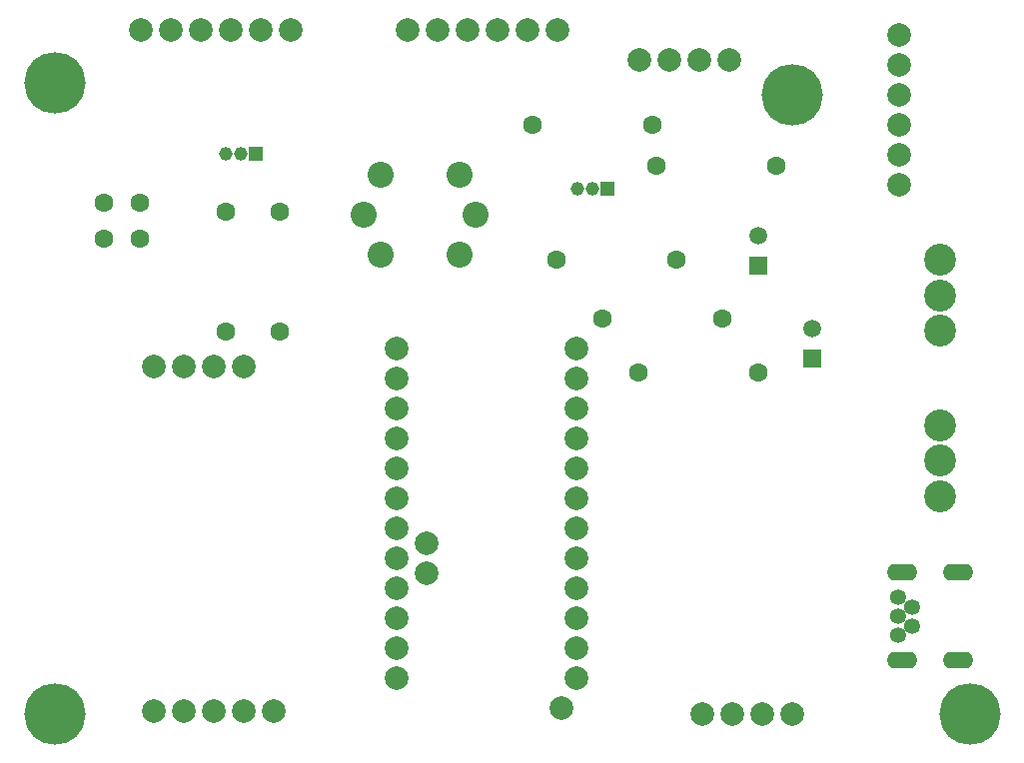
<source format=gts>
G04*
G04 #@! TF.GenerationSoftware,Altium Limited,Altium Designer,20.2.6 (244)*
G04*
G04 Layer_Color=8388736*
%FSLAX44Y44*%
%MOMM*%
G71*
G04*
G04 #@! TF.SameCoordinates,95B47CC1-6D59-4A24-9DA9-F39AA99DDD39*
G04*
G04*
G04 #@! TF.FilePolarity,Negative*
G04*
G01*
G75*
%ADD17C,2.0032*%
%ADD18C,1.1532*%
%ADD19C,2.7032*%
%ADD20C,2.2032*%
%ADD21C,1.3532*%
%ADD22O,2.6032X1.4032*%
%ADD23C,1.5032*%
%ADD24R,1.5032X1.5032*%
%ADD25C,1.6032*%
%ADD26R,1.1532X1.1532*%
%ADD27C,5.2032*%
D17*
X580800Y590000D02*
D03*
X555400D02*
D03*
X606200D02*
D03*
X530000D02*
D03*
X350000Y179600D02*
D03*
Y154200D02*
D03*
X464300Y39900D02*
D03*
X324600Y217700D02*
D03*
Y192300D02*
D03*
Y166900D02*
D03*
Y141500D02*
D03*
Y116100D02*
D03*
Y90700D02*
D03*
Y65300D02*
D03*
Y243100D02*
D03*
Y293900D02*
D03*
Y319300D02*
D03*
Y344700D02*
D03*
X477000Y243100D02*
D03*
Y217700D02*
D03*
Y192300D02*
D03*
Y166900D02*
D03*
Y141500D02*
D03*
Y116100D02*
D03*
Y90700D02*
D03*
Y65300D02*
D03*
Y268500D02*
D03*
Y293900D02*
D03*
Y319300D02*
D03*
Y344700D02*
D03*
X324600Y268500D02*
D03*
X118800Y330000D02*
D03*
X195000D02*
D03*
X169600D02*
D03*
X144200D02*
D03*
X169600Y37900D02*
D03*
X118800D02*
D03*
X144200D02*
D03*
X195000D02*
D03*
X220400D02*
D03*
X750000Y611200D02*
D03*
Y585800D02*
D03*
Y560400D02*
D03*
Y535000D02*
D03*
Y509600D02*
D03*
Y484200D02*
D03*
X634600Y35000D02*
D03*
X583800D02*
D03*
X609200D02*
D03*
X660000D02*
D03*
X333400Y615000D02*
D03*
X358800D02*
D03*
X384200D02*
D03*
X409600D02*
D03*
X435000D02*
D03*
X460400D02*
D03*
X108000D02*
D03*
X133400D02*
D03*
X158800D02*
D03*
X184200D02*
D03*
X209600D02*
D03*
X235000D02*
D03*
D18*
X180000Y510000D02*
D03*
X192700D02*
D03*
X477300Y480000D02*
D03*
X490000D02*
D03*
D19*
X785000Y360000D02*
D03*
Y390000D02*
D03*
Y420000D02*
D03*
Y280000D02*
D03*
Y250000D02*
D03*
Y220000D02*
D03*
D20*
X391670Y458470D02*
D03*
X377757Y492057D02*
D03*
X310583D02*
D03*
X296670Y458470D02*
D03*
X310583Y424883D02*
D03*
X377757D02*
D03*
D21*
X749500Y133800D02*
D03*
Y117800D02*
D03*
Y101800D02*
D03*
X761500Y125800D02*
D03*
Y109800D02*
D03*
D22*
X800000Y155000D02*
D03*
Y80600D02*
D03*
X752500Y155000D02*
D03*
Y80600D02*
D03*
D23*
X631190Y440490D02*
D03*
X676910Y361950D02*
D03*
D24*
X631190Y415490D02*
D03*
X676910Y336550D02*
D03*
D25*
X540800Y535000D02*
D03*
X439200D02*
D03*
X75940Y468890D02*
D03*
X106940D02*
D03*
Y437890D02*
D03*
X75940D02*
D03*
X600800Y370000D02*
D03*
X499200D02*
D03*
X630800Y325000D02*
D03*
X529200D02*
D03*
X561600Y420000D02*
D03*
X460000D02*
D03*
X180000Y460800D02*
D03*
Y359200D02*
D03*
X225000Y460800D02*
D03*
Y359200D02*
D03*
X645800Y500000D02*
D03*
X544200D02*
D03*
D26*
X205400Y510000D02*
D03*
X502700Y480000D02*
D03*
D27*
X35000Y570000D02*
D03*
X660000Y560000D02*
D03*
X810000Y35000D02*
D03*
X35000D02*
D03*
M02*

</source>
